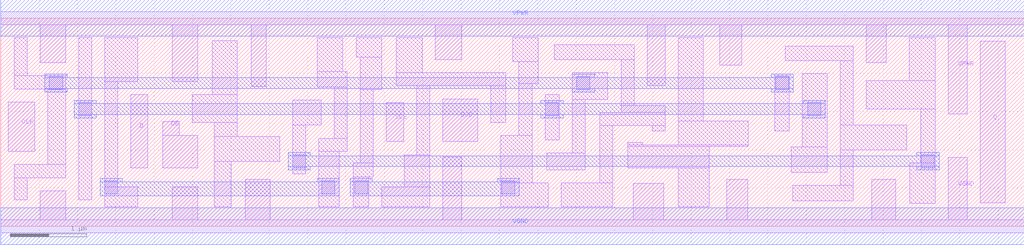
<source format=lef>
# Copyright 2020 The SkyWater PDK Authors
#
# Licensed under the Apache License, Version 2.0 (the "License");
# you may not use this file except in compliance with the License.
# You may obtain a copy of the License at
#
#     https://www.apache.org/licenses/LICENSE-2.0
#
# Unless required by applicable law or agreed to in writing, software
# distributed under the License is distributed on an "AS IS" BASIS,
# WITHOUT WARRANTIES OR CONDITIONS OF ANY KIND, either express or implied.
# See the License for the specific language governing permissions and
# limitations under the License.
#
# SPDX-License-Identifier: Apache-2.0

VERSION 5.5 ;
NAMESCASESENSITIVE ON ;
BUSBITCHARS "[]" ;
DIVIDERCHAR "/" ;
MACRO sky130_fd_sc_hd__sedfxtp_1
  CLASS CORE ;
  SOURCE USER ;
  ORIGIN  0.000000  0.000000 ;
  SIZE  13.34000 BY  2.720000 ;
  SYMMETRY X Y R90 ;
  SITE unithd ;
  PIN D
    ANTENNAGATEAREA  0.159000 ;
    DIRECTION INPUT ;
    USE SIGNAL ;
    PORT
      LAYER li1 ;
        RECT 1.695000 0.765000 1.915000 1.720000 ;
    END
  END D
  PIN DE
    ANTENNAGATEAREA  0.318000 ;
    DIRECTION INPUT ;
    USE SIGNAL ;
    PORT
      LAYER li1 ;
        RECT 2.110000 0.765000 2.565000 1.185000 ;
        RECT 2.110000 1.185000 2.325000 1.370000 ;
    END
  END DE
  PIN Q
    ANTENNADIFFAREA  0.462000 ;
    DIRECTION OUTPUT ;
    USE SIGNAL ;
    PORT
      LAYER li1 ;
        RECT 12.765000 0.305000 13.095000 2.420000 ;
    END
  END Q
  PIN SCD
    ANTENNAGATEAREA  0.159000 ;
    DIRECTION INPUT ;
    USE SIGNAL ;
    PORT
      LAYER li1 ;
        RECT 5.760000 1.105000 6.215000 1.665000 ;
    END
  END SCD
  PIN SCE
    ANTENNAGATEAREA  0.318000 ;
    DIRECTION INPUT ;
    USE SIGNAL ;
    PORT
      LAYER li1 ;
        RECT 5.025000 1.105000 5.250000 1.615000 ;
    END
  END SCE
  PIN CLK
    ANTENNAGATEAREA  0.159000 ;
    DIRECTION INPUT ;
    USE CLOCK ;
    PORT
      LAYER li1 ;
        RECT 0.095000 0.975000 0.445000 1.625000 ;
    END
  END CLK
  PIN VGND
    DIRECTION INOUT ;
    SHAPE ABUTMENT ;
    USE GROUND ;
    PORT
      LAYER li1 ;
        RECT  0.000000 -0.085000 13.340000 0.085000 ;
        RECT  0.515000  0.085000  0.845000 0.465000 ;
        RECT  2.235000  0.085000  2.565000 0.515000 ;
        RECT  3.185000  0.085000  3.515000 0.610000 ;
        RECT  5.760000  0.085000  6.010000 0.905000 ;
        RECT  8.245000  0.085000  8.640000 0.560000 ;
        RECT  9.465000  0.085000  9.740000 0.615000 ;
        RECT 11.350000  0.085000 11.665000 0.615000 ;
        RECT 12.350000  0.085000 12.595000 0.900000 ;
    END
    PORT
      LAYER met1 ;
        RECT 0.000000 -0.240000 13.340000 0.240000 ;
    END
  END VGND
  PIN VPWR
    DIRECTION INOUT ;
    SHAPE ABUTMENT ;
    USE POWER ;
    PORT
      LAYER li1 ;
        RECT  0.000000 2.635000 13.340000 2.805000 ;
        RECT  0.515000 2.135000  0.845000 2.635000 ;
        RECT  2.235000 1.890000  2.565000 2.635000 ;
        RECT  3.265000 1.825000  3.460000 2.635000 ;
        RECT  5.665000 2.175000  6.010000 2.635000 ;
        RECT  8.425000 1.835000  8.660000 2.635000 ;
        RECT  9.370000 2.105000  9.660000 2.635000 ;
        RECT 11.280000 2.135000 11.540000 2.635000 ;
        RECT 12.350000 1.465000 12.595000 2.635000 ;
    END
    PORT
      LAYER met1 ;
        RECT 0.000000 2.480000 13.340000 2.960000 ;
    END
  END VPWR
  OBS
    LAYER li1 ;
      RECT  0.175000 0.345000  0.345000 0.635000 ;
      RECT  0.175000 0.635000  0.845000 0.805000 ;
      RECT  0.175000 1.795000  0.845000 1.965000 ;
      RECT  0.175000 1.965000  0.345000 2.465000 ;
      RECT  0.615000 0.805000  0.845000 1.795000 ;
      RECT  1.015000 0.345000  1.185000 2.465000 ;
      RECT  1.355000 0.255000  1.785000 0.515000 ;
      RECT  1.355000 0.515000  1.525000 1.890000 ;
      RECT  1.355000 1.890000  1.785000 2.465000 ;
      RECT  2.495000 1.355000  3.085000 1.720000 ;
      RECT  2.755000 1.720000  3.085000 2.425000 ;
      RECT  2.780000 0.255000  3.005000 0.845000 ;
      RECT  2.780000 0.845000  3.635000 1.175000 ;
      RECT  2.780000 1.175000  3.085000 1.355000 ;
      RECT  3.805000 0.685000  3.975000 1.320000 ;
      RECT  3.805000 1.320000  4.175000 1.650000 ;
      RECT  4.125000 1.820000  4.515000 2.020000 ;
      RECT  4.125000 2.020000  4.455000 2.465000 ;
      RECT  4.145000 0.255000  4.415000 0.980000 ;
      RECT  4.145000 0.980000  4.515000 1.150000 ;
      RECT  4.345000 1.150000  4.515000 1.820000 ;
      RECT  4.595000 0.255000  4.795000 0.645000 ;
      RECT  4.595000 0.645000  4.855000 0.825000 ;
      RECT  4.635000 2.210000  4.965000 2.465000 ;
      RECT  4.685000 0.825000  4.855000 1.785000 ;
      RECT  4.685000 1.785000  4.965000 2.210000 ;
      RECT  4.965000 0.255000  5.590000 0.515000 ;
      RECT  5.155000 1.835000  6.585000 2.005000 ;
      RECT  5.155000 2.005000  5.495000 2.465000 ;
      RECT  5.260000 0.515000  5.590000 0.935000 ;
      RECT  5.420000 0.935000  5.590000 1.835000 ;
      RECT  6.385000 1.355000  6.585000 1.835000 ;
      RECT  6.515000 0.255000  7.135000 0.565000 ;
      RECT  6.515000 0.565000  6.925000 1.185000 ;
      RECT  6.675000 2.150000  7.005000 2.465000 ;
      RECT  6.755000 1.185000  6.925000 1.865000 ;
      RECT  6.755000 1.865000  7.005000 2.150000 ;
      RECT  7.095000 1.125000  7.280000 1.720000 ;
      RECT  7.115000 0.735000  7.620000 0.955000 ;
      RECT  7.215000 2.175000  8.255000 2.375000 ;
      RECT  7.305000 0.255000  7.980000 0.565000 ;
      RECT  7.450000 0.955000  7.620000 1.655000 ;
      RECT  7.450000 1.655000  7.915000 2.005000 ;
      RECT  7.810000 0.565000  7.980000 1.315000 ;
      RECT  7.810000 1.315000  8.660000 1.485000 ;
      RECT  8.085000 1.485000  8.660000 1.575000 ;
      RECT  8.085000 1.575000  8.255000 2.175000 ;
      RECT  8.170000 0.765000  9.235000 1.045000 ;
      RECT  8.170000 1.045000  9.745000 1.065000 ;
      RECT  8.170000 1.065000  8.370000 1.095000 ;
      RECT  8.490000 1.245000  8.660000 1.315000 ;
      RECT  8.830000 0.255000  9.235000 0.765000 ;
      RECT  8.830000 1.065000  9.745000 1.375000 ;
      RECT  8.830000 1.375000  9.160000 2.465000 ;
      RECT 10.090000 1.245000 10.280000 1.965000 ;
      RECT 10.225000 2.165000 11.110000 2.355000 ;
      RECT 10.305000 0.705000 10.770000 1.035000 ;
      RECT 10.325000 0.330000 11.110000 0.535000 ;
      RECT 10.450000 1.035000 10.770000 1.995000 ;
      RECT 10.940000 0.535000 11.110000 0.995000 ;
      RECT 10.940000 0.995000 11.810000 1.325000 ;
      RECT 10.940000 1.325000 11.110000 2.165000 ;
      RECT 11.280000 1.530000 12.180000 1.905000 ;
      RECT 11.840000 1.905000 12.180000 2.465000 ;
      RECT 11.850000 0.300000 12.180000 0.825000 ;
      RECT 11.990000 0.825000 12.180000 1.530000 ;
    LAYER mcon ;
      RECT  0.635000 1.785000  0.805000 1.955000 ;
      RECT  1.015000 1.445000  1.185000 1.615000 ;
      RECT  1.355000 0.425000  1.525000 0.595000 ;
      RECT  3.805000 0.765000  3.975000 0.935000 ;
      RECT  4.185000 0.425000  4.355000 0.595000 ;
      RECT  4.615000 0.425000  4.785000 0.595000 ;
      RECT  6.530000 0.425000  6.700000 0.595000 ;
      RECT  7.100000 1.445000  7.270000 1.615000 ;
      RECT  7.510000 1.785000  7.680000 1.955000 ;
      RECT 10.100000 1.785000 10.270000 1.955000 ;
      RECT 10.520000 1.445000 10.690000 1.615000 ;
      RECT 12.000000 0.765000 12.170000 0.935000 ;
    LAYER met1 ;
      RECT  0.575000 1.755000  0.865000 1.800000 ;
      RECT  0.575000 1.800000 10.330000 1.940000 ;
      RECT  0.575000 1.940000  0.865000 1.985000 ;
      RECT  0.955000 1.415000  1.245000 1.460000 ;
      RECT  0.955000 1.460000 10.750000 1.600000 ;
      RECT  0.955000 1.600000  1.245000 1.645000 ;
      RECT  1.295000 0.395000  4.415000 0.580000 ;
      RECT  1.295000 0.580000  1.585000 0.625000 ;
      RECT  3.745000 0.735000  4.035000 0.780000 ;
      RECT  3.745000 0.780000 12.230000 0.920000 ;
      RECT  3.745000 0.920000  4.035000 0.965000 ;
      RECT  4.125000 0.580000  4.415000 0.625000 ;
      RECT  4.555000 0.395000  6.760000 0.580000 ;
      RECT  4.555000 0.580000  4.845000 0.625000 ;
      RECT  6.470000 0.580000  6.760000 0.625000 ;
      RECT  7.040000 1.415000  7.330000 1.460000 ;
      RECT  7.040000 1.600000  7.330000 1.645000 ;
      RECT  7.450000 1.755000  7.740000 1.800000 ;
      RECT  7.450000 1.940000  7.740000 1.985000 ;
      RECT 10.040000 1.755000 10.330000 1.800000 ;
      RECT 10.040000 1.940000 10.330000 1.985000 ;
      RECT 10.460000 1.415000 10.750000 1.460000 ;
      RECT 10.460000 1.600000 10.750000 1.645000 ;
      RECT 11.940000 0.735000 12.230000 0.780000 ;
      RECT 11.940000 0.920000 12.230000 0.965000 ;
  END
END sky130_fd_sc_hd__sedfxtp_1

</source>
